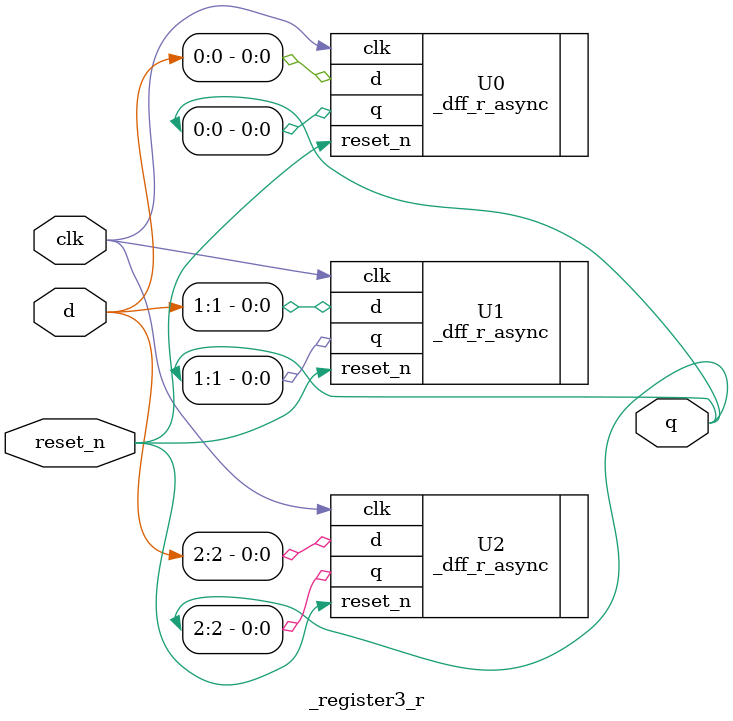
<source format=v>
module _register3_r(clk, reset_n, d, q);
	
	input clk, reset_n; 	// input ports
	input [2:0] d; 		// 3bit input port
	output [2:0] q;		// 3bit output port 
	
	_dff_r_async U0(.clk(clk), .reset_n(reset_n), .d(d[0]), .q(q[0])); 	// register
	_dff_r_async U1(.clk(clk), .reset_n(reset_n), .d(d[1]), .q(q[1]));	// register
	_dff_r_async U2(.clk(clk), .reset_n(reset_n), .d(d[2]), .q(q[2]));	// register
	

endmodule

</source>
